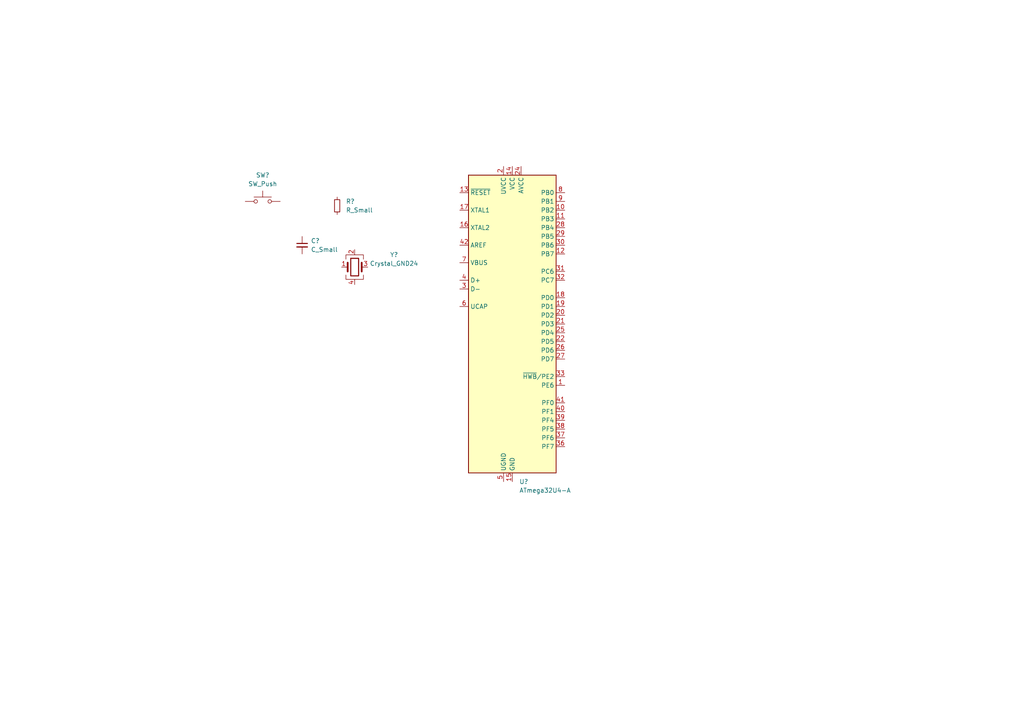
<source format=kicad_sch>
(kicad_sch (version 20211123) (generator eeschema)
  (paper "A4")
  (lib_symbols
    (symbol "Device:C_Small" (pin_numbers hide) (pin_names (offset 0.254) hide)
      (property "Reference" "C" (at 0.254 1.778 0))
      (property "Value" "C_Small" (at 0.254 -2.032 0))
      (symbol "C_Small_0_1"
        (polyline (pts (xy -1.524 -0.508) (xy 1.524 -0.508)) (stroke (width 0.3302)))
        (polyline (pts (xy -1.524 0.508) (xy 1.524 0.508)) (stroke (width 0.3048)))
      )
      (symbol "C_Small_1_1"
        (pin passive line (at 0 2.54 270) (length 2.032) (name "~") (number "1"))
        (pin passive line (at 0 -2.54 90) (length 2.032) (name "~") (number "2"))
      )
    )
    (symbol "Device:Crystal_GND24" (pin_names (offset 1.016) hide)
      (property "Reference" "Y" (at 3.175 5.08 0))
      (property "Value" "Crystal_GND24" (at 3.175 3.175 0))
      (symbol "Crystal_GND24_0_1"
        (rectangle (start -1.143 2.54) (end 1.143 -2.54) (stroke (width 0.3048)))
        (polyline (pts (xy -2.54 0) (xy -2.032 0)))
        (polyline (pts (xy -2.032 -1.27) (xy -2.032 1.27)) (stroke (width 0.508)))
        (polyline (pts (xy 0 -3.81) (xy 0 -3.556)))
        (polyline (pts (xy 0 3.556) (xy 0 3.81)))
        (polyline (pts (xy 2.032 -1.27) (xy 2.032 1.27)) (stroke (width 0.508)))
        (polyline (pts (xy 2.032 0) (xy 2.54 0)))
        (polyline (pts (xy -2.54 -2.286) (xy -2.54 -3.556) (xy 2.54 -3.556) (xy 2.54 -2.286)))
        (polyline (pts (xy -2.54 2.286) (xy -2.54 3.556) (xy 2.54 3.556) (xy 2.54 2.286)))
      )
      (symbol "Crystal_GND24_1_1"
        (pin passive line (at -3.81 0 0) (length 1.27) (name "1") (number "1"))
        (pin passive line (at 0 5.08 270) (length 1.27) (name "2") (number "2"))
        (pin passive line (at 3.81 0 180) (length 1.27) (name "3") (number "3"))
        (pin passive line (at 0 -5.08 90) (length 1.27) (name "4") (number "4"))
      )
    )
    (symbol "Device:R_Small" (pin_numbers hide) (pin_names (offset 0.254) hide)
      (property "Reference" "R" (at 0.762 0.508 0))
      (property "Value" "R_Small" (at 0.762 -1.016 0))
      (symbol "R_Small_0_1"
        (rectangle (start -0.762 1.778) (end 0.762 -1.778) (stroke (width 0.2032)))
      )
      (symbol "R_Small_1_1"
        (pin passive line (at 0 2.54 270) (length 0.762) (name "~") (number "1"))
        (pin passive line (at 0 -2.54 90) (length 0.762) (name "~") (number "2"))
      )
    )
    (symbol "MCU_Microchip_ATmega:ATmega32U4-A"
      (property "Reference" "U" (at -12.7 44.45 0))
      (property "Value" "ATmega32U4-A" (at 2.54 -44.45 0))
      (symbol "ATmega32U4-A_0_1"
        (rectangle (start -12.7 -43.18) (end 12.7 43.18) (stroke (width 0.254)) (fill (type background)))
      )
      (symbol "ATmega32U4-A_1_1"
        (pin bidirectional line (at 15.24 -17.78 180) (length 2.54) (name "PE6") (number "1"))
        (pin bidirectional line (at 15.24 33.02 180) (length 2.54) (name "PB2") (number "10"))
        (pin bidirectional line (at 15.24 30.48 180) (length 2.54) (name "PB3") (number "11"))
        (pin bidirectional line (at 15.24 20.32 180) (length 2.54) (name "PB7") (number "12"))
        (pin input line (at -15.24 38.1 0) (length 2.54) (name "~{RESET}") (number "13"))
        (pin power_in line (at 0 45.72 270) (length 2.54) (name "VCC") (number "14"))
        (pin power_in line (at 0 -45.72 90) (length 2.54) (name "GND") (number "15"))
        (pin output line (at -15.24 27.94 0) (length 2.54) (name "XTAL2") (number "16"))
        (pin input line (at -15.24 33.02 0) (length 2.54) (name "XTAL1") (number "17"))
        (pin bidirectional line (at 15.24 7.62 180) (length 2.54) (name "PD0") (number "18"))
        (pin bidirectional line (at 15.24 5.08 180) (length 2.54) (name "PD1") (number "19"))
        (pin power_in line (at -2.54 45.72 270) (length 2.54) (name "UVCC") (number "2"))
        (pin bidirectional line (at 15.24 2.54 180) (length 2.54) (name "PD2") (number "20"))
        (pin bidirectional line (at 15.24 0 180) (length 2.54) (name "PD3") (number "21"))
        (pin bidirectional line (at 15.24 -5.08 180) (length 2.54) (name "PD5") (number "22"))
        (pin passive line (at 0 -45.72 90) (length 2.54) hide (name "GND") (number "23"))
        (pin power_in line (at 2.54 45.72 270) (length 2.54) (name "AVCC") (number "24"))
        (pin bidirectional line (at 15.24 -2.54 180) (length 2.54) (name "PD4") (number "25"))
        (pin bidirectional line (at 15.24 -7.62 180) (length 2.54) (name "PD6") (number "26"))
        (pin bidirectional line (at 15.24 -10.16 180) (length 2.54) (name "PD7") (number "27"))
        (pin bidirectional line (at 15.24 27.94 180) (length 2.54) (name "PB4") (number "28"))
        (pin bidirectional line (at 15.24 25.4 180) (length 2.54) (name "PB5") (number "29"))
        (pin bidirectional line (at -15.24 10.16 0) (length 2.54) (name "D-") (number "3"))
        (pin bidirectional line (at 15.24 22.86 180) (length 2.54) (name "PB6") (number "30"))
        (pin bidirectional line (at 15.24 15.24 180) (length 2.54) (name "PC6") (number "31"))
        (pin bidirectional line (at 15.24 12.7 180) (length 2.54) (name "PC7") (number "32"))
        (pin bidirectional line (at 15.24 -15.24 180) (length 2.54) (name "~{HWB}/PE2") (number "33"))
        (pin passive line (at 0 45.72 270) (length 2.54) hide (name "VCC") (number "34"))
        (pin passive line (at 0 -45.72 90) (length 2.54) hide (name "GND") (number "35"))
        (pin bidirectional line (at 15.24 -35.56 180) (length 2.54) (name "PF7") (number "36"))
        (pin bidirectional line (at 15.24 -33.02 180) (length 2.54) (name "PF6") (number "37"))
        (pin bidirectional line (at 15.24 -30.48 180) (length 2.54) (name "PF5") (number "38"))
        (pin bidirectional line (at 15.24 -27.94 180) (length 2.54) (name "PF4") (number "39"))
        (pin bidirectional line (at -15.24 12.7 0) (length 2.54) (name "D+") (number "4"))
        (pin bidirectional line (at 15.24 -25.4 180) (length 2.54) (name "PF1") (number "40"))
        (pin bidirectional line (at 15.24 -22.86 180) (length 2.54) (name "PF0") (number "41"))
        (pin passive line (at -15.24 22.86 0) (length 2.54) (name "AREF") (number "42"))
        (pin passive line (at 0 -45.72 90) (length 2.54) hide (name "GND") (number "43"))
        (pin passive line (at 2.54 45.72 270) (length 2.54) hide (name "AVCC") (number "44"))
        (pin passive line (at -2.54 -45.72 90) (length 2.54) (name "UGND") (number "5"))
        (pin passive line (at -15.24 5.08 0) (length 2.54) (name "UCAP") (number "6"))
        (pin input line (at -15.24 17.78 0) (length 2.54) (name "VBUS") (number "7"))
        (pin bidirectional line (at 15.24 38.1 180) (length 2.54) (name "PB0") (number "8"))
        (pin bidirectional line (at 15.24 35.56 180) (length 2.54) (name "PB1") (number "9"))
      )
    )
    (symbol "Switch:SW_Push" (pin_numbers hide) (pin_names (offset 1.016) hide)
      (property "Reference" "SW" (at 1.27 2.54 0))
      (property "Value" "SW_Push" (at 0 -1.524 0))
      (symbol "SW_Push_0_1"
        (circle (center -2.032 0) (radius 0.508))
        (polyline (pts (xy 0 1.27) (xy 0 3.048)))
        (polyline (pts (xy 2.54 1.27) (xy -2.54 1.27)))
        (circle (center 2.032 0) (radius 0.508))
        (pin passive line (at -5.08 0 0) (length 2.54) (name "1") (number "1"))
        (pin passive line (at 5.08 0 180) (length 2.54) (name "2") (number "2"))
      )
    )
  )
  (symbol (lib_id "Switch:SW_Push") (at 76.2 58.42 0) (unit 1)
    (property "Reference" "SW?" (at 76.2 50.8 0))
    (property "Value" "SW_Push" (at 76.2 53.34 0))
  )
  (symbol (lib_id "Device:C_Small") (at 87.63 71.12 0) (unit 1)
    (property "Reference" "C?" (at 90.17 69.8562 0) (effects (justify left)))
    (property "Value" "C_Small" (at 90.17 72.3962 0) (effects (justify left)))
  )
  (symbol (lib_id "Device:R_Small") (at 97.79 59.69 0) (unit 1)
    (property "Reference" "R?" (at 100.33 58.4199 0) (effects (justify left)))
    (property "Value" "R_Small" (at 100.33 60.9599 0) (effects (justify left)))
  )
  (symbol (lib_id "MCU_Microchip_ATmega:ATmega32U4-A") (at 148.59 93.98 0) (unit 1)
    (property "Reference" "U?" (at 150.6094 139.7 0) (effects (justify left)))
    (property "Value" "ATmega32U4-A" (at 150.6094 142.24 0) (effects (justify left)))
    (property "Footprint" "Package_QFP:TQFP-44_10x10mm_P0.8mm" (effects hide))
    (property "Datasheet" "http://ww1.microchip.com/downloads/en/DeviceDoc/Atmel-7766-8-bit-AVR-ATmega16U4-32U4_Datasheet.pdf" (effects hide))
  )
  (symbol (lib_id "Device:Crystal_GND24") (at 102.87 77.47 0) (unit 1)
    (property "Reference" "Y?" (at 114.3 73.8886 0))
    (property "Value" "Crystal_GND24" (at 114.3 76.4286 0))
  )
)
</source>
